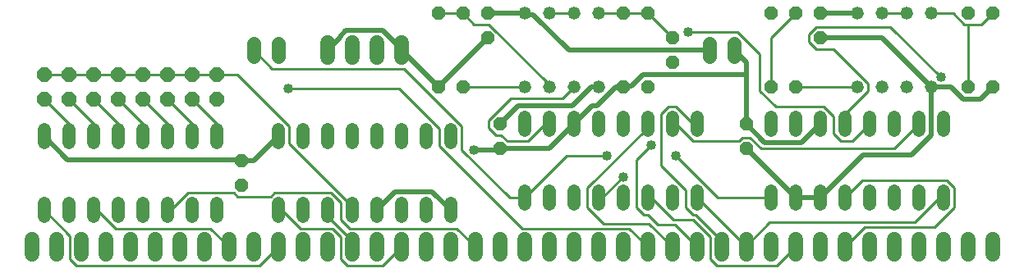
<source format=gtl>
G75*
%MOIN*%
%OFA0B0*%
%FSLAX24Y24*%
%IPPOS*%
%LPD*%
%AMOC8*
5,1,8,0,0,1.08239X$1,22.5*
%
%ADD10C,0.0520*%
%ADD11OC8,0.0600*%
%ADD12C,0.0600*%
%ADD13OC8,0.0520*%
%ADD14C,0.0520*%
%ADD15C,0.0560*%
%ADD16C,0.0200*%
%ADD17C,0.0100*%
%ADD18C,0.0400*%
D10*
X001180Y002420D02*
X001180Y002940D01*
X002180Y002940D02*
X002180Y002420D01*
X003180Y002420D02*
X003180Y002940D01*
X004180Y002940D02*
X004180Y002420D01*
X005180Y002420D02*
X005180Y002940D01*
X006180Y002940D02*
X006180Y002420D01*
X007180Y002420D02*
X007180Y002940D01*
X008180Y002940D02*
X008180Y002420D01*
X010680Y002420D02*
X010680Y002940D01*
X011680Y002940D02*
X011680Y002420D01*
X012680Y002420D02*
X012680Y002940D01*
X013680Y002940D02*
X013680Y002420D01*
X014680Y002420D02*
X014680Y002940D01*
X015680Y002940D02*
X015680Y002420D01*
X016680Y002420D02*
X016680Y002940D01*
X017680Y002940D02*
X017680Y002420D01*
X020680Y002920D02*
X020680Y003440D01*
X021680Y003440D02*
X021680Y002920D01*
X022680Y002920D02*
X022680Y003440D01*
X023680Y003440D02*
X023680Y002920D01*
X024680Y002920D02*
X024680Y003440D01*
X025680Y003440D02*
X025680Y002920D01*
X026680Y002920D02*
X026680Y003440D01*
X027680Y003440D02*
X027680Y002920D01*
X030680Y002920D02*
X030680Y003440D01*
X031680Y003440D02*
X031680Y002920D01*
X032680Y002920D02*
X032680Y003440D01*
X033680Y003440D02*
X033680Y002920D01*
X034680Y002920D02*
X034680Y003440D01*
X035680Y003440D02*
X035680Y002920D01*
X036680Y002920D02*
X036680Y003440D01*
X037680Y003440D02*
X037680Y002920D01*
X037680Y005920D02*
X037680Y006440D01*
X036680Y006440D02*
X036680Y005920D01*
X035680Y005920D02*
X035680Y006440D01*
X034680Y006440D02*
X034680Y005920D01*
X033680Y005920D02*
X033680Y006440D01*
X032680Y006440D02*
X032680Y005920D01*
X031680Y005920D02*
X031680Y006440D01*
X030680Y006440D02*
X030680Y005920D01*
X027680Y005920D02*
X027680Y006440D01*
X026680Y006440D02*
X026680Y005920D01*
X025680Y005920D02*
X025680Y006440D01*
X024680Y006440D02*
X024680Y005920D01*
X023680Y005920D02*
X023680Y006440D01*
X022680Y006440D02*
X022680Y005920D01*
X021680Y005920D02*
X021680Y006440D01*
X020680Y006440D02*
X020680Y005920D01*
X017680Y005940D02*
X017680Y005420D01*
X016680Y005420D02*
X016680Y005940D01*
X015680Y005940D02*
X015680Y005420D01*
X014680Y005420D02*
X014680Y005940D01*
X013680Y005940D02*
X013680Y005420D01*
X012680Y005420D02*
X012680Y005940D01*
X011680Y005940D02*
X011680Y005420D01*
X010680Y005420D02*
X010680Y005940D01*
X008180Y005940D02*
X008180Y005420D01*
X007180Y005420D02*
X007180Y005940D01*
X006180Y005940D02*
X006180Y005420D01*
X005180Y005420D02*
X005180Y005940D01*
X004180Y005940D02*
X004180Y005420D01*
X003180Y005420D02*
X003180Y005940D01*
X002180Y005940D02*
X002180Y005420D01*
X001180Y005420D02*
X001180Y005940D01*
D11*
X001180Y007180D03*
X002180Y007180D03*
X003180Y007180D03*
X004180Y007180D03*
X005180Y007180D03*
X006180Y007180D03*
X007180Y007180D03*
X008180Y007180D03*
X008180Y008180D03*
X007180Y008180D03*
X006180Y008180D03*
X005180Y008180D03*
X004180Y008180D03*
X003180Y008180D03*
X002180Y008180D03*
X001180Y008180D03*
D12*
X012680Y008880D02*
X012680Y009480D01*
X013680Y009480D02*
X013680Y008880D01*
X014680Y008880D02*
X014680Y009480D01*
X015680Y009480D02*
X015680Y008880D01*
X015680Y001480D02*
X015680Y000880D01*
X016680Y000880D02*
X016680Y001480D01*
X017680Y001480D02*
X017680Y000880D01*
X018680Y000880D02*
X018680Y001480D01*
X019680Y001480D02*
X019680Y000880D01*
X020680Y000880D02*
X020680Y001480D01*
X021680Y001480D02*
X021680Y000880D01*
X022680Y000880D02*
X022680Y001480D01*
X023680Y001480D02*
X023680Y000880D01*
X024680Y000880D02*
X024680Y001480D01*
X025680Y001480D02*
X025680Y000880D01*
X026680Y000880D02*
X026680Y001480D01*
X027680Y001480D02*
X027680Y000880D01*
X028680Y000880D02*
X028680Y001480D01*
X029680Y001480D02*
X029680Y000880D01*
X030680Y000880D02*
X030680Y001480D01*
X031680Y001480D02*
X031680Y000880D01*
X032680Y000880D02*
X032680Y001480D01*
X033680Y001480D02*
X033680Y000880D01*
X034680Y000880D02*
X034680Y001480D01*
X035680Y001480D02*
X035680Y000880D01*
X036680Y000880D02*
X036680Y001480D01*
X037680Y001480D02*
X037680Y000880D01*
X038680Y000880D02*
X038680Y001480D01*
X039680Y001480D02*
X039680Y000880D01*
X014680Y000880D02*
X014680Y001480D01*
X013680Y001480D02*
X013680Y000880D01*
X012680Y000880D02*
X012680Y001480D01*
X011680Y001480D02*
X011680Y000880D01*
X010680Y000880D02*
X010680Y001480D01*
X009680Y001480D02*
X009680Y000880D01*
X008680Y000880D02*
X008680Y001480D01*
X007680Y001480D02*
X007680Y000880D01*
X006680Y000880D02*
X006680Y001480D01*
X005680Y001480D02*
X005680Y000880D01*
X004680Y000880D02*
X004680Y001480D01*
X003680Y001480D02*
X003680Y000880D01*
X002680Y000880D02*
X002680Y001480D01*
X001680Y001480D02*
X001680Y000880D01*
X000680Y000880D02*
X000680Y001480D01*
D13*
X009180Y003680D03*
X009180Y004680D03*
X017180Y007680D03*
X018180Y007680D03*
X019680Y006180D03*
X019680Y005180D03*
X024680Y007680D03*
X025680Y007680D03*
X026680Y008680D03*
X026680Y009680D03*
X025680Y010680D03*
X024680Y010680D03*
X019180Y010680D03*
X018180Y010680D03*
X017180Y010680D03*
X019180Y009680D03*
X030680Y010680D03*
X031680Y010680D03*
X032680Y010680D03*
X032680Y009680D03*
X038680Y010680D03*
X039680Y010680D03*
X039680Y007680D03*
X038680Y007680D03*
X031680Y007680D03*
X030680Y007680D03*
X029680Y006180D03*
X029680Y005180D03*
D14*
X034180Y007680D03*
X035180Y007680D03*
X036180Y007680D03*
X037180Y007680D03*
X037180Y010680D03*
X036180Y010680D03*
X035180Y010680D03*
X034180Y010680D03*
X023680Y010680D03*
X022680Y010680D03*
X021680Y010680D03*
X020680Y010680D03*
X020680Y007680D03*
X021680Y007680D03*
X022680Y007680D03*
X023680Y007680D03*
D15*
X028180Y008900D02*
X028180Y009460D01*
X029180Y009460D02*
X029180Y008900D01*
X010680Y008900D02*
X010680Y009460D01*
X009680Y009460D02*
X009680Y008900D01*
D16*
X012680Y009180D02*
X013180Y009680D01*
X013180Y009730D01*
X013430Y009980D01*
X014930Y009980D01*
X015680Y009230D01*
X015680Y009180D01*
X017180Y007680D01*
X019180Y009680D01*
X019180Y010680D02*
X020680Y010680D01*
X020730Y010630D01*
X021030Y010630D01*
X022480Y009180D01*
X028180Y009180D01*
X029180Y009180D02*
X029680Y008680D01*
X029680Y008180D01*
X025480Y008180D01*
X025030Y007730D01*
X024730Y007730D01*
X024680Y007680D01*
X024380Y007680D01*
X023630Y006930D01*
X023430Y006930D01*
X022680Y006180D01*
X021680Y005180D01*
X019680Y005180D01*
X019630Y005130D01*
X018630Y005130D01*
X019680Y006180D02*
X020430Y006930D01*
X022630Y006930D01*
X023380Y007680D01*
X023680Y007680D01*
X029680Y008180D02*
X029680Y006180D01*
X030430Y005430D01*
X031930Y005430D01*
X032680Y006180D01*
X031680Y003180D02*
X029680Y005180D01*
X032680Y003180D02*
X034430Y004930D01*
X036380Y004930D01*
X037180Y005730D01*
X037180Y007680D01*
X035180Y009680D01*
X032680Y009680D01*
X032680Y010680D02*
X034180Y010680D01*
X037180Y007680D02*
X037980Y007680D01*
X038480Y007180D01*
X039180Y007180D01*
X039680Y007680D01*
X032680Y003180D02*
X031680Y003180D01*
X017680Y002680D02*
X016930Y003430D01*
X015430Y003430D01*
X014680Y002680D01*
X010680Y005680D02*
X009680Y004680D01*
X009180Y004680D01*
X009130Y004730D01*
X002130Y004730D01*
X001180Y005680D01*
D17*
X002230Y000680D02*
X002480Y000430D01*
X009930Y000430D01*
X010680Y001180D01*
X008680Y001180D02*
X007930Y001930D01*
X004080Y001930D01*
X003330Y002680D01*
X003180Y002680D01*
X002230Y001630D02*
X001180Y002680D01*
X002230Y001630D02*
X002230Y000680D01*
X006180Y002680D02*
X006330Y002680D01*
X007030Y003380D01*
X008880Y003380D01*
X009030Y003230D01*
X010380Y003230D01*
X010530Y003380D01*
X012830Y003380D01*
X013230Y002980D01*
X013230Y002280D01*
X013580Y001930D01*
X017930Y001930D01*
X018680Y001180D01*
X020580Y001930D02*
X024930Y001930D01*
X025680Y001180D01*
X025730Y002130D02*
X026680Y001180D01*
X026780Y002080D02*
X027680Y001180D01*
X028230Y001580D02*
X028230Y000680D01*
X028480Y000430D01*
X030930Y000430D01*
X031680Y001180D01*
X030630Y002180D02*
X029680Y001230D01*
X029680Y001180D01*
X027680Y003180D01*
X028530Y003180D02*
X026830Y004880D01*
X026230Y004480D02*
X027230Y003480D01*
X027230Y002780D01*
X027530Y002480D01*
X027630Y002480D01*
X028680Y001430D01*
X028680Y001180D01*
X028230Y001580D02*
X027530Y002280D01*
X026730Y002280D01*
X025830Y003180D01*
X025680Y003180D01*
X025230Y002780D02*
X025230Y004730D01*
X025830Y005330D01*
X026830Y006180D02*
X027530Y005480D01*
X029380Y005480D01*
X029530Y005630D01*
X029830Y005630D01*
X030280Y005180D01*
X035680Y005180D01*
X036680Y006180D01*
X034680Y006180D02*
X033980Y005480D01*
X033530Y005480D01*
X033230Y005780D01*
X033230Y006480D01*
X032830Y006880D01*
X030880Y006880D01*
X030230Y007530D01*
X030230Y009030D01*
X029330Y009930D01*
X027330Y009930D01*
X026680Y009680D02*
X025680Y010680D01*
X024680Y010680D01*
X023680Y010680D01*
X022680Y010680D02*
X021680Y010680D01*
X019230Y010230D02*
X018630Y010230D01*
X018180Y010680D01*
X017180Y010680D01*
X019230Y010230D02*
X021680Y007780D01*
X021680Y007680D01*
X022230Y007230D02*
X022680Y007680D01*
X022230Y007230D02*
X020130Y007230D01*
X019230Y006330D01*
X019230Y006030D01*
X019530Y005730D01*
X019730Y005730D01*
X019980Y005480D01*
X020830Y005480D01*
X021530Y006180D01*
X021680Y006180D01*
X023230Y003580D02*
X025680Y006030D01*
X025680Y006180D01*
X026230Y006580D02*
X026230Y004480D01*
X024680Y004030D02*
X023830Y003180D01*
X023680Y003180D01*
X023230Y002780D02*
X023880Y002130D01*
X025730Y002130D01*
X025680Y002480D02*
X026080Y002080D01*
X026780Y002080D01*
X025680Y002480D02*
X025530Y002480D01*
X025230Y002780D01*
X023230Y002780D02*
X023230Y003580D01*
X022380Y004880D02*
X020680Y003180D01*
X020080Y003180D01*
X018130Y005130D01*
X018130Y006080D01*
X015780Y008430D01*
X010430Y008430D01*
X009680Y009180D01*
X009030Y008180D02*
X008180Y008180D01*
X007180Y008180D01*
X006180Y008180D01*
X005180Y008180D01*
X004180Y008180D01*
X003180Y008180D01*
X002180Y008180D01*
X001180Y008180D01*
X001180Y007180D02*
X002180Y006180D01*
X002180Y005680D01*
X003180Y005680D02*
X003180Y006180D01*
X002180Y007180D01*
X003180Y007180D02*
X004180Y006180D01*
X004180Y005680D01*
X005180Y005680D02*
X005180Y006180D01*
X004180Y007180D01*
X005180Y007180D02*
X006180Y006180D01*
X006180Y005680D01*
X007180Y005680D02*
X007180Y006180D01*
X006180Y007180D01*
X007180Y007180D02*
X008180Y006180D01*
X008180Y005680D01*
X009030Y008180D02*
X011130Y006080D01*
X011130Y005380D01*
X013680Y002830D01*
X013680Y002680D01*
X012680Y002680D02*
X012680Y002430D01*
X013680Y001430D01*
X013680Y001180D01*
X013230Y001580D02*
X013230Y000680D01*
X013480Y000430D01*
X014930Y000430D01*
X015680Y001180D01*
X013230Y001580D02*
X012880Y001930D01*
X011580Y001930D01*
X010830Y002680D01*
X010680Y002680D01*
X017230Y005280D02*
X020580Y001930D01*
X028530Y003180D02*
X030680Y003180D01*
X033680Y003180D02*
X034380Y003880D01*
X037830Y003880D01*
X038130Y003580D01*
X038130Y002780D01*
X037330Y001980D01*
X034480Y001980D01*
X033680Y001180D01*
X036530Y002180D02*
X030630Y002180D01*
X036530Y002180D02*
X037530Y003180D01*
X037680Y003180D01*
X033680Y006180D02*
X033680Y006580D01*
X034630Y007530D01*
X034630Y007830D01*
X033230Y009230D01*
X032530Y009230D01*
X032230Y009530D01*
X032230Y009830D01*
X032530Y010130D01*
X035530Y010130D01*
X037580Y008080D01*
X038680Y007680D02*
X038680Y010230D01*
X038530Y010230D01*
X038080Y010680D01*
X037180Y010680D01*
X036180Y010680D02*
X035180Y010680D01*
X038680Y010230D02*
X039230Y010230D01*
X039680Y010680D01*
X031680Y010680D02*
X030680Y009680D01*
X030680Y007680D01*
X031680Y007680D02*
X034180Y007680D01*
X027680Y006180D02*
X027530Y006180D01*
X026830Y006880D01*
X026530Y006880D01*
X026230Y006580D01*
X026680Y006180D02*
X026830Y006180D01*
X024030Y004880D02*
X022380Y004880D01*
X017230Y005280D02*
X017230Y005980D01*
X015580Y007630D01*
X011080Y007630D01*
X018180Y007680D02*
X020680Y007680D01*
D18*
X027330Y009930D03*
X037580Y008080D03*
X025830Y005330D03*
X026830Y004880D03*
X024680Y004030D03*
X024030Y004880D03*
X018630Y005130D03*
X011080Y007630D03*
M02*

</source>
